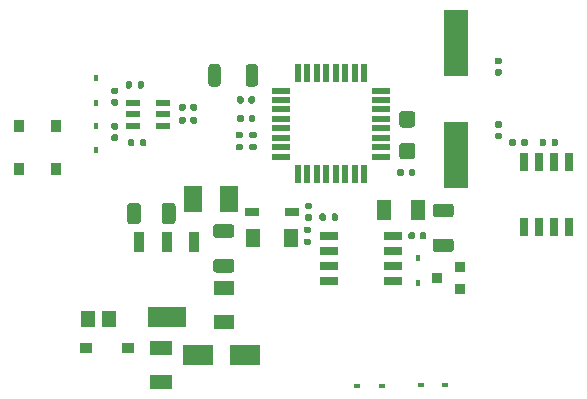
<source format=gbr>
%TF.GenerationSoftware,KiCad,Pcbnew,(5.1.10)-1*%
%TF.CreationDate,2021-11-08T10:20:26+05:30*%
%TF.ProjectId,Modbus_IO_Board,4d6f6462-7573-45f4-994f-5f426f617264,rev?*%
%TF.SameCoordinates,Original*%
%TF.FileFunction,Paste,Top*%
%TF.FilePolarity,Positive*%
%FSLAX46Y46*%
G04 Gerber Fmt 4.6, Leading zero omitted, Abs format (unit mm)*
G04 Created by KiCad (PCBNEW (5.1.10)-1) date 2021-11-08 10:20:26*
%MOMM*%
%LPD*%
G01*
G04 APERTURE LIST*
%ADD10R,0.600000X0.450000*%
%ADD11R,1.650000X2.250000*%
%ADD12R,0.650000X1.595000*%
%ADD13R,2.500000X1.800000*%
%ADD14R,1.800000X1.200000*%
%ADD15R,1.200000X1.800000*%
%ADD16R,1.525000X0.650000*%
%ADD17R,1.150000X1.470000*%
%ADD18R,1.050000X0.850000*%
%ADD19R,1.200000X0.600000*%
%ADD20R,0.850000X1.050000*%
%ADD21R,1.500000X0.600000*%
%ADD22R,0.600000X1.500000*%
%ADD23R,1.900000X1.300000*%
%ADD24R,0.840000X0.840000*%
%ADD25R,0.450000X0.600000*%
%ADD26R,3.200000X1.750000*%
%ADD27R,0.950000X1.750000*%
%ADD28R,2.100000X5.600000*%
%ADD29R,1.150000X1.650000*%
%ADD30R,1.200000X0.750000*%
G04 APERTURE END LIST*
D10*
%TO.C,D11*%
X207000000Y-115050000D03*
X209100000Y-115050000D03*
%TD*%
%TO.C,D10*%
X201600000Y-115075000D03*
X203700000Y-115075000D03*
%TD*%
D11*
%TO.C,C8*%
X190800000Y-99230000D03*
X187700000Y-99230000D03*
%TD*%
D12*
%TO.C,IC5*%
X219585000Y-101652000D03*
X218315000Y-101652000D03*
X217045000Y-101652000D03*
X215775000Y-101652000D03*
X215775000Y-96148000D03*
X217045000Y-96148000D03*
X218315000Y-96148000D03*
X219585000Y-96148000D03*
%TD*%
D13*
%TO.C,D4*%
X188160000Y-112460000D03*
X192160000Y-112460000D03*
%TD*%
D14*
%TO.C,FB1*%
X190350000Y-106810000D03*
X190350000Y-109710000D03*
%TD*%
D15*
%TO.C,FB2*%
X206800000Y-100230000D03*
X203900000Y-100230000D03*
%TD*%
D16*
%TO.C,IC3*%
X204682000Y-102385000D03*
X204682000Y-103655000D03*
X204682000Y-104925000D03*
X204682000Y-106195000D03*
X199258000Y-106195000D03*
X199258000Y-104925000D03*
X199258000Y-103655000D03*
X199258000Y-102385000D03*
%TD*%
%TO.C,C9*%
G36*
G01*
X190980001Y-102550000D02*
X189679999Y-102550000D01*
G75*
G02*
X189430000Y-102300001I0J249999D01*
G01*
X189430000Y-101649999D01*
G75*
G02*
X189679999Y-101400000I249999J0D01*
G01*
X190980001Y-101400000D01*
G75*
G02*
X191230000Y-101649999I0J-249999D01*
G01*
X191230000Y-102300001D01*
G75*
G02*
X190980001Y-102550000I-249999J0D01*
G01*
G37*
G36*
G01*
X190980001Y-105500000D02*
X189679999Y-105500000D01*
G75*
G02*
X189430000Y-105250001I0J249999D01*
G01*
X189430000Y-104599999D01*
G75*
G02*
X189679999Y-104350000I249999J0D01*
G01*
X190980001Y-104350000D01*
G75*
G02*
X191230000Y-104599999I0J-249999D01*
G01*
X191230000Y-105250001D01*
G75*
G02*
X190980001Y-105500000I-249999J0D01*
G01*
G37*
%TD*%
D17*
%TO.C,RT1*%
X180590000Y-109440000D03*
X178830000Y-109440000D03*
%TD*%
D18*
%TO.C,D3*%
X178650000Y-111850000D03*
X182250000Y-111850000D03*
%TD*%
%TO.C,C12*%
G36*
G01*
X208259999Y-99670000D02*
X209560001Y-99670000D01*
G75*
G02*
X209810000Y-99919999I0J-249999D01*
G01*
X209810000Y-100570001D01*
G75*
G02*
X209560001Y-100820000I-249999J0D01*
G01*
X208259999Y-100820000D01*
G75*
G02*
X208010000Y-100570001I0J249999D01*
G01*
X208010000Y-99919999D01*
G75*
G02*
X208259999Y-99670000I249999J0D01*
G01*
G37*
G36*
G01*
X208259999Y-102620000D02*
X209560001Y-102620000D01*
G75*
G02*
X209810000Y-102869999I0J-249999D01*
G01*
X209810000Y-103520001D01*
G75*
G02*
X209560001Y-103770000I-249999J0D01*
G01*
X208259999Y-103770000D01*
G75*
G02*
X208010000Y-103520001I0J249999D01*
G01*
X208010000Y-102869999D01*
G75*
G02*
X208259999Y-102620000I249999J0D01*
G01*
G37*
%TD*%
D19*
%TO.C,IC4*%
X185150000Y-91150000D03*
X185150000Y-92100000D03*
X185150000Y-93050000D03*
X182650000Y-93050000D03*
X182650000Y-92100000D03*
X182650000Y-91150000D03*
%TD*%
D20*
%TO.C,D8*%
X176100000Y-93100000D03*
X176100000Y-96700000D03*
%TD*%
D21*
%TO.C,IC1*%
X203670000Y-95690000D03*
X203670000Y-94890000D03*
X203670000Y-94090000D03*
X203670000Y-93290000D03*
X203670000Y-92490000D03*
X203670000Y-91690000D03*
X203670000Y-90890000D03*
X203670000Y-90090000D03*
D22*
X202220000Y-88640000D03*
X201420000Y-88640000D03*
X200620000Y-88640000D03*
X199820000Y-88640000D03*
X199020000Y-88640000D03*
X198220000Y-88640000D03*
X197420000Y-88640000D03*
X196620000Y-88640000D03*
D21*
X195170000Y-90090000D03*
X195170000Y-90890000D03*
X195170000Y-91690000D03*
X195170000Y-92490000D03*
X195170000Y-93290000D03*
X195170000Y-94090000D03*
X195170000Y-94890000D03*
X195170000Y-95690000D03*
D22*
X196620000Y-97140000D03*
X197420000Y-97140000D03*
X198220000Y-97140000D03*
X199020000Y-97140000D03*
X199820000Y-97140000D03*
X200620000Y-97140000D03*
X201420000Y-97140000D03*
X202220000Y-97140000D03*
%TD*%
%TO.C,R6*%
G36*
G01*
X182560000Y-89415000D02*
X182560000Y-89785000D01*
G75*
G02*
X182425000Y-89920000I-135000J0D01*
G01*
X182155000Y-89920000D01*
G75*
G02*
X182020000Y-89785000I0J135000D01*
G01*
X182020000Y-89415000D01*
G75*
G02*
X182155000Y-89280000I135000J0D01*
G01*
X182425000Y-89280000D01*
G75*
G02*
X182560000Y-89415000I0J-135000D01*
G01*
G37*
G36*
G01*
X183580000Y-89415000D02*
X183580000Y-89785000D01*
G75*
G02*
X183445000Y-89920000I-135000J0D01*
G01*
X183175000Y-89920000D01*
G75*
G02*
X183040000Y-89785000I0J135000D01*
G01*
X183040000Y-89415000D01*
G75*
G02*
X183175000Y-89280000I135000J0D01*
G01*
X183445000Y-89280000D01*
G75*
G02*
X183580000Y-89415000I0J-135000D01*
G01*
G37*
%TD*%
%TO.C,R5*%
G36*
G01*
X218090000Y-94665000D02*
X218090000Y-94295000D01*
G75*
G02*
X218225000Y-94160000I135000J0D01*
G01*
X218495000Y-94160000D01*
G75*
G02*
X218630000Y-94295000I0J-135000D01*
G01*
X218630000Y-94665000D01*
G75*
G02*
X218495000Y-94800000I-135000J0D01*
G01*
X218225000Y-94800000D01*
G75*
G02*
X218090000Y-94665000I0J135000D01*
G01*
G37*
G36*
G01*
X217070000Y-94665000D02*
X217070000Y-94295000D01*
G75*
G02*
X217205000Y-94160000I135000J0D01*
G01*
X217475000Y-94160000D01*
G75*
G02*
X217610000Y-94295000I0J-135000D01*
G01*
X217610000Y-94665000D01*
G75*
G02*
X217475000Y-94800000I-135000J0D01*
G01*
X217205000Y-94800000D01*
G75*
G02*
X217070000Y-94665000I0J135000D01*
G01*
G37*
%TD*%
%TO.C,C4*%
G36*
G01*
X192450000Y-92630000D02*
X192450000Y-92290000D01*
G75*
G02*
X192590000Y-92150000I140000J0D01*
G01*
X192870000Y-92150000D01*
G75*
G02*
X193010000Y-92290000I0J-140000D01*
G01*
X193010000Y-92630000D01*
G75*
G02*
X192870000Y-92770000I-140000J0D01*
G01*
X192590000Y-92770000D01*
G75*
G02*
X192450000Y-92630000I0J140000D01*
G01*
G37*
G36*
G01*
X191490000Y-92630000D02*
X191490000Y-92290000D01*
G75*
G02*
X191630000Y-92150000I140000J0D01*
G01*
X191910000Y-92150000D01*
G75*
G02*
X192050000Y-92290000I0J-140000D01*
G01*
X192050000Y-92630000D01*
G75*
G02*
X191910000Y-92770000I-140000J0D01*
G01*
X191630000Y-92770000D01*
G75*
G02*
X191490000Y-92630000I0J140000D01*
G01*
G37*
%TD*%
%TO.C,R4*%
G36*
G01*
X215530000Y-94675000D02*
X215530000Y-94305000D01*
G75*
G02*
X215665000Y-94170000I135000J0D01*
G01*
X215935000Y-94170000D01*
G75*
G02*
X216070000Y-94305000I0J-135000D01*
G01*
X216070000Y-94675000D01*
G75*
G02*
X215935000Y-94810000I-135000J0D01*
G01*
X215665000Y-94810000D01*
G75*
G02*
X215530000Y-94675000I0J135000D01*
G01*
G37*
G36*
G01*
X214510000Y-94675000D02*
X214510000Y-94305000D01*
G75*
G02*
X214645000Y-94170000I135000J0D01*
G01*
X214915000Y-94170000D01*
G75*
G02*
X215050000Y-94305000I0J-135000D01*
G01*
X215050000Y-94675000D01*
G75*
G02*
X214915000Y-94810000I-135000J0D01*
G01*
X214645000Y-94810000D01*
G75*
G02*
X214510000Y-94675000I0J135000D01*
G01*
G37*
%TD*%
%TO.C,C10*%
G36*
G01*
X185100000Y-101150001D02*
X185100000Y-99849999D01*
G75*
G02*
X185349999Y-99600000I249999J0D01*
G01*
X186000001Y-99600000D01*
G75*
G02*
X186250000Y-99849999I0J-249999D01*
G01*
X186250000Y-101150001D01*
G75*
G02*
X186000001Y-101400000I-249999J0D01*
G01*
X185349999Y-101400000D01*
G75*
G02*
X185100000Y-101150001I0J249999D01*
G01*
G37*
G36*
G01*
X182150000Y-101150001D02*
X182150000Y-99849999D01*
G75*
G02*
X182399999Y-99600000I249999J0D01*
G01*
X183050001Y-99600000D01*
G75*
G02*
X183300000Y-99849999I0J-249999D01*
G01*
X183300000Y-101150001D01*
G75*
G02*
X183050001Y-101400000I-249999J0D01*
G01*
X182399999Y-101400000D01*
G75*
G02*
X182150000Y-101150001I0J249999D01*
G01*
G37*
%TD*%
%TO.C,R2*%
G36*
G01*
X198440000Y-100995000D02*
X198440000Y-100625000D01*
G75*
G02*
X198575000Y-100490000I135000J0D01*
G01*
X198845000Y-100490000D01*
G75*
G02*
X198980000Y-100625000I0J-135000D01*
G01*
X198980000Y-100995000D01*
G75*
G02*
X198845000Y-101130000I-135000J0D01*
G01*
X198575000Y-101130000D01*
G75*
G02*
X198440000Y-100995000I0J135000D01*
G01*
G37*
G36*
G01*
X199460000Y-100995000D02*
X199460000Y-100625000D01*
G75*
G02*
X199595000Y-100490000I135000J0D01*
G01*
X199865000Y-100490000D01*
G75*
G02*
X200000000Y-100625000I0J-135000D01*
G01*
X200000000Y-100995000D01*
G75*
G02*
X199865000Y-101130000I-135000J0D01*
G01*
X199595000Y-101130000D01*
G75*
G02*
X199460000Y-100995000I0J135000D01*
G01*
G37*
%TD*%
%TO.C,C2*%
G36*
G01*
X205590000Y-96860000D02*
X205590000Y-97200000D01*
G75*
G02*
X205450000Y-97340000I-140000J0D01*
G01*
X205170000Y-97340000D01*
G75*
G02*
X205030000Y-97200000I0J140000D01*
G01*
X205030000Y-96860000D01*
G75*
G02*
X205170000Y-96720000I140000J0D01*
G01*
X205450000Y-96720000D01*
G75*
G02*
X205590000Y-96860000I0J-140000D01*
G01*
G37*
G36*
G01*
X206550000Y-96860000D02*
X206550000Y-97200000D01*
G75*
G02*
X206410000Y-97340000I-140000J0D01*
G01*
X206130000Y-97340000D01*
G75*
G02*
X205990000Y-97200000I0J140000D01*
G01*
X205990000Y-96860000D01*
G75*
G02*
X206130000Y-96720000I140000J0D01*
G01*
X206410000Y-96720000D01*
G75*
G02*
X206550000Y-96860000I0J-140000D01*
G01*
G37*
%TD*%
D23*
%TO.C,RV1*%
X185040000Y-114750000D03*
X185040000Y-111850000D03*
%TD*%
%TO.C,L1*%
G36*
G01*
X192180000Y-89500001D02*
X192180000Y-88099999D01*
G75*
G02*
X192429999Y-87850000I249999J0D01*
G01*
X192980001Y-87850000D01*
G75*
G02*
X193230000Y-88099999I0J-249999D01*
G01*
X193230000Y-89500001D01*
G75*
G02*
X192980001Y-89750000I-249999J0D01*
G01*
X192429999Y-89750000D01*
G75*
G02*
X192180000Y-89500001I0J249999D01*
G01*
G37*
G36*
G01*
X189030000Y-89500001D02*
X189030000Y-88099999D01*
G75*
G02*
X189279999Y-87850000I249999J0D01*
G01*
X189830001Y-87850000D01*
G75*
G02*
X190080000Y-88099999I0J-249999D01*
G01*
X190080000Y-89500001D01*
G75*
G02*
X189830001Y-89750000I-249999J0D01*
G01*
X189279999Y-89750000D01*
G75*
G02*
X189030000Y-89500001I0J249999D01*
G01*
G37*
%TD*%
%TO.C,R3*%
G36*
G01*
X191835000Y-94130000D02*
X191465000Y-94130000D01*
G75*
G02*
X191330000Y-93995000I0J135000D01*
G01*
X191330000Y-93725000D01*
G75*
G02*
X191465000Y-93590000I135000J0D01*
G01*
X191835000Y-93590000D01*
G75*
G02*
X191970000Y-93725000I0J-135000D01*
G01*
X191970000Y-93995000D01*
G75*
G02*
X191835000Y-94130000I-135000J0D01*
G01*
G37*
G36*
G01*
X191835000Y-95150000D02*
X191465000Y-95150000D01*
G75*
G02*
X191330000Y-95015000I0J135000D01*
G01*
X191330000Y-94745000D01*
G75*
G02*
X191465000Y-94610000I135000J0D01*
G01*
X191835000Y-94610000D01*
G75*
G02*
X191970000Y-94745000I0J-135000D01*
G01*
X191970000Y-95015000D01*
G75*
G02*
X191835000Y-95150000I-135000J0D01*
G01*
G37*
%TD*%
D24*
%TO.C,U1*%
X208350000Y-105940000D03*
X210355000Y-105000000D03*
X210355000Y-106880000D03*
%TD*%
%TO.C,R7*%
G36*
G01*
X192635000Y-94610000D02*
X193005000Y-94610000D01*
G75*
G02*
X193140000Y-94745000I0J-135000D01*
G01*
X193140000Y-95015000D01*
G75*
G02*
X193005000Y-95150000I-135000J0D01*
G01*
X192635000Y-95150000D01*
G75*
G02*
X192500000Y-95015000I0J135000D01*
G01*
X192500000Y-94745000D01*
G75*
G02*
X192635000Y-94610000I135000J0D01*
G01*
G37*
G36*
G01*
X192635000Y-93590000D02*
X193005000Y-93590000D01*
G75*
G02*
X193140000Y-93725000I0J-135000D01*
G01*
X193140000Y-93995000D01*
G75*
G02*
X193005000Y-94130000I-135000J0D01*
G01*
X192635000Y-94130000D01*
G75*
G02*
X192500000Y-93995000I0J135000D01*
G01*
X192500000Y-93725000D01*
G75*
G02*
X192635000Y-93590000I135000J0D01*
G01*
G37*
%TD*%
D25*
%TO.C,D5*%
X206740000Y-106380000D03*
X206740000Y-104280000D03*
%TD*%
%TO.C,R1*%
G36*
G01*
X197605000Y-102150000D02*
X197235000Y-102150000D01*
G75*
G02*
X197100000Y-102015000I0J135000D01*
G01*
X197100000Y-101745000D01*
G75*
G02*
X197235000Y-101610000I135000J0D01*
G01*
X197605000Y-101610000D01*
G75*
G02*
X197740000Y-101745000I0J-135000D01*
G01*
X197740000Y-102015000D01*
G75*
G02*
X197605000Y-102150000I-135000J0D01*
G01*
G37*
G36*
G01*
X197605000Y-103170000D02*
X197235000Y-103170000D01*
G75*
G02*
X197100000Y-103035000I0J135000D01*
G01*
X197100000Y-102765000D01*
G75*
G02*
X197235000Y-102630000I135000J0D01*
G01*
X197605000Y-102630000D01*
G75*
G02*
X197740000Y-102765000I0J-135000D01*
G01*
X197740000Y-103035000D01*
G75*
G02*
X197605000Y-103170000I-135000J0D01*
G01*
G37*
%TD*%
D26*
%TO.C,IC2*%
X185500000Y-109250000D03*
D27*
X183200000Y-102950000D03*
X185500000Y-102950000D03*
X187800000Y-102950000D03*
%TD*%
%TO.C,R8*%
G36*
G01*
X182760000Y-94315000D02*
X182760000Y-94685000D01*
G75*
G02*
X182625000Y-94820000I-135000J0D01*
G01*
X182355000Y-94820000D01*
G75*
G02*
X182220000Y-94685000I0J135000D01*
G01*
X182220000Y-94315000D01*
G75*
G02*
X182355000Y-94180000I135000J0D01*
G01*
X182625000Y-94180000D01*
G75*
G02*
X182760000Y-94315000I0J-135000D01*
G01*
G37*
G36*
G01*
X183780000Y-94315000D02*
X183780000Y-94685000D01*
G75*
G02*
X183645000Y-94820000I-135000J0D01*
G01*
X183375000Y-94820000D01*
G75*
G02*
X183240000Y-94685000I0J135000D01*
G01*
X183240000Y-94315000D01*
G75*
G02*
X183375000Y-94180000I135000J0D01*
G01*
X183645000Y-94180000D01*
G75*
G02*
X183780000Y-94315000I0J-135000D01*
G01*
G37*
%TD*%
D25*
%TO.C,D7*%
X179525000Y-89025000D03*
X179525000Y-91125000D03*
%TD*%
%TO.C,C5*%
G36*
G01*
X192020000Y-90710000D02*
X192020000Y-91050000D01*
G75*
G02*
X191880000Y-91190000I-140000J0D01*
G01*
X191600000Y-91190000D01*
G75*
G02*
X191460000Y-91050000I0J140000D01*
G01*
X191460000Y-90710000D01*
G75*
G02*
X191600000Y-90570000I140000J0D01*
G01*
X191880000Y-90570000D01*
G75*
G02*
X192020000Y-90710000I0J-140000D01*
G01*
G37*
G36*
G01*
X192980000Y-90710000D02*
X192980000Y-91050000D01*
G75*
G02*
X192840000Y-91190000I-140000J0D01*
G01*
X192560000Y-91190000D01*
G75*
G02*
X192420000Y-91050000I0J140000D01*
G01*
X192420000Y-90710000D01*
G75*
G02*
X192560000Y-90570000I140000J0D01*
G01*
X192840000Y-90570000D01*
G75*
G02*
X192980000Y-90710000I0J-140000D01*
G01*
G37*
%TD*%
D28*
%TO.C,Y1*%
X209980000Y-86040000D03*
X209980000Y-95540000D03*
%TD*%
%TO.C,C3*%
G36*
G01*
X206295001Y-93220000D02*
X205444999Y-93220000D01*
G75*
G02*
X205195000Y-92970001I0J249999D01*
G01*
X205195000Y-92069999D01*
G75*
G02*
X205444999Y-91820000I249999J0D01*
G01*
X206295001Y-91820000D01*
G75*
G02*
X206545000Y-92069999I0J-249999D01*
G01*
X206545000Y-92970001D01*
G75*
G02*
X206295001Y-93220000I-249999J0D01*
G01*
G37*
G36*
G01*
X206295001Y-95920000D02*
X205444999Y-95920000D01*
G75*
G02*
X205195000Y-95670001I0J249999D01*
G01*
X205195000Y-94769999D01*
G75*
G02*
X205444999Y-94520000I249999J0D01*
G01*
X206295001Y-94520000D01*
G75*
G02*
X206545000Y-94769999I0J-249999D01*
G01*
X206545000Y-95670001D01*
G75*
G02*
X206295001Y-95920000I-249999J0D01*
G01*
G37*
%TD*%
%TO.C,C13*%
G36*
G01*
X181270000Y-90400000D02*
X180930000Y-90400000D01*
G75*
G02*
X180790000Y-90260000I0J140000D01*
G01*
X180790000Y-89980000D01*
G75*
G02*
X180930000Y-89840000I140000J0D01*
G01*
X181270000Y-89840000D01*
G75*
G02*
X181410000Y-89980000I0J-140000D01*
G01*
X181410000Y-90260000D01*
G75*
G02*
X181270000Y-90400000I-140000J0D01*
G01*
G37*
G36*
G01*
X181270000Y-91360000D02*
X180930000Y-91360000D01*
G75*
G02*
X180790000Y-91220000I0J140000D01*
G01*
X180790000Y-90940000D01*
G75*
G02*
X180930000Y-90800000I140000J0D01*
G01*
X181270000Y-90800000D01*
G75*
G02*
X181410000Y-90940000I0J-140000D01*
G01*
X181410000Y-91220000D01*
G75*
G02*
X181270000Y-91360000I-140000J0D01*
G01*
G37*
%TD*%
%TO.C,C16*%
G36*
G01*
X187100000Y-92430000D02*
X187100000Y-92770000D01*
G75*
G02*
X186960000Y-92910000I-140000J0D01*
G01*
X186680000Y-92910000D01*
G75*
G02*
X186540000Y-92770000I0J140000D01*
G01*
X186540000Y-92430000D01*
G75*
G02*
X186680000Y-92290000I140000J0D01*
G01*
X186960000Y-92290000D01*
G75*
G02*
X187100000Y-92430000I0J-140000D01*
G01*
G37*
G36*
G01*
X188060000Y-92430000D02*
X188060000Y-92770000D01*
G75*
G02*
X187920000Y-92910000I-140000J0D01*
G01*
X187640000Y-92910000D01*
G75*
G02*
X187500000Y-92770000I0J140000D01*
G01*
X187500000Y-92430000D01*
G75*
G02*
X187640000Y-92290000I140000J0D01*
G01*
X187920000Y-92290000D01*
G75*
G02*
X188060000Y-92430000I0J-140000D01*
G01*
G37*
%TD*%
D29*
%TO.C,D1*%
X196070000Y-102540000D03*
X192770000Y-102540000D03*
%TD*%
D30*
%TO.C,D2*%
X192750000Y-100350000D03*
X196150000Y-100350000D03*
%TD*%
%TO.C,C1*%
G36*
G01*
X197690000Y-100140000D02*
X197350000Y-100140000D01*
G75*
G02*
X197210000Y-100000000I0J140000D01*
G01*
X197210000Y-99720000D01*
G75*
G02*
X197350000Y-99580000I140000J0D01*
G01*
X197690000Y-99580000D01*
G75*
G02*
X197830000Y-99720000I0J-140000D01*
G01*
X197830000Y-100000000D01*
G75*
G02*
X197690000Y-100140000I-140000J0D01*
G01*
G37*
G36*
G01*
X197690000Y-101100000D02*
X197350000Y-101100000D01*
G75*
G02*
X197210000Y-100960000I0J140000D01*
G01*
X197210000Y-100680000D01*
G75*
G02*
X197350000Y-100540000I140000J0D01*
G01*
X197690000Y-100540000D01*
G75*
G02*
X197830000Y-100680000I0J-140000D01*
G01*
X197830000Y-100960000D01*
G75*
G02*
X197690000Y-101100000I-140000J0D01*
G01*
G37*
%TD*%
%TO.C,C11*%
G36*
G01*
X205970000Y-102560000D02*
X205970000Y-102220000D01*
G75*
G02*
X206110000Y-102080000I140000J0D01*
G01*
X206390000Y-102080000D01*
G75*
G02*
X206530000Y-102220000I0J-140000D01*
G01*
X206530000Y-102560000D01*
G75*
G02*
X206390000Y-102700000I-140000J0D01*
G01*
X206110000Y-102700000D01*
G75*
G02*
X205970000Y-102560000I0J140000D01*
G01*
G37*
G36*
G01*
X206930000Y-102560000D02*
X206930000Y-102220000D01*
G75*
G02*
X207070000Y-102080000I140000J0D01*
G01*
X207350000Y-102080000D01*
G75*
G02*
X207490000Y-102220000I0J-140000D01*
G01*
X207490000Y-102560000D01*
G75*
G02*
X207350000Y-102700000I-140000J0D01*
G01*
X207070000Y-102700000D01*
G75*
G02*
X206930000Y-102560000I0J140000D01*
G01*
G37*
%TD*%
%TO.C,C15*%
G36*
G01*
X187100000Y-91330000D02*
X187100000Y-91670000D01*
G75*
G02*
X186960000Y-91810000I-140000J0D01*
G01*
X186680000Y-91810000D01*
G75*
G02*
X186540000Y-91670000I0J140000D01*
G01*
X186540000Y-91330000D01*
G75*
G02*
X186680000Y-91190000I140000J0D01*
G01*
X186960000Y-91190000D01*
G75*
G02*
X187100000Y-91330000I0J-140000D01*
G01*
G37*
G36*
G01*
X188060000Y-91330000D02*
X188060000Y-91670000D01*
G75*
G02*
X187920000Y-91810000I-140000J0D01*
G01*
X187640000Y-91810000D01*
G75*
G02*
X187500000Y-91670000I0J140000D01*
G01*
X187500000Y-91330000D01*
G75*
G02*
X187640000Y-91190000I140000J0D01*
G01*
X187920000Y-91190000D01*
G75*
G02*
X188060000Y-91330000I0J-140000D01*
G01*
G37*
%TD*%
D20*
%TO.C,D6*%
X173000000Y-93100000D03*
X173000000Y-96700000D03*
%TD*%
D25*
%TO.C,D9*%
X179500000Y-95150000D03*
X179500000Y-93050000D03*
%TD*%
%TO.C,C7*%
G36*
G01*
X213400000Y-88270000D02*
X213740000Y-88270000D01*
G75*
G02*
X213880000Y-88410000I0J-140000D01*
G01*
X213880000Y-88690000D01*
G75*
G02*
X213740000Y-88830000I-140000J0D01*
G01*
X213400000Y-88830000D01*
G75*
G02*
X213260000Y-88690000I0J140000D01*
G01*
X213260000Y-88410000D01*
G75*
G02*
X213400000Y-88270000I140000J0D01*
G01*
G37*
G36*
G01*
X213400000Y-87310000D02*
X213740000Y-87310000D01*
G75*
G02*
X213880000Y-87450000I0J-140000D01*
G01*
X213880000Y-87730000D01*
G75*
G02*
X213740000Y-87870000I-140000J0D01*
G01*
X213400000Y-87870000D01*
G75*
G02*
X213260000Y-87730000I0J140000D01*
G01*
X213260000Y-87450000D01*
G75*
G02*
X213400000Y-87310000I140000J0D01*
G01*
G37*
%TD*%
%TO.C,C14*%
G36*
G01*
X180930000Y-93800000D02*
X181270000Y-93800000D01*
G75*
G02*
X181410000Y-93940000I0J-140000D01*
G01*
X181410000Y-94220000D01*
G75*
G02*
X181270000Y-94360000I-140000J0D01*
G01*
X180930000Y-94360000D01*
G75*
G02*
X180790000Y-94220000I0J140000D01*
G01*
X180790000Y-93940000D01*
G75*
G02*
X180930000Y-93800000I140000J0D01*
G01*
G37*
G36*
G01*
X180930000Y-92840000D02*
X181270000Y-92840000D01*
G75*
G02*
X181410000Y-92980000I0J-140000D01*
G01*
X181410000Y-93260000D01*
G75*
G02*
X181270000Y-93400000I-140000J0D01*
G01*
X180930000Y-93400000D01*
G75*
G02*
X180790000Y-93260000I0J140000D01*
G01*
X180790000Y-92980000D01*
G75*
G02*
X180930000Y-92840000I140000J0D01*
G01*
G37*
%TD*%
%TO.C,C6*%
G36*
G01*
X213770000Y-93260000D02*
X213430000Y-93260000D01*
G75*
G02*
X213290000Y-93120000I0J140000D01*
G01*
X213290000Y-92840000D01*
G75*
G02*
X213430000Y-92700000I140000J0D01*
G01*
X213770000Y-92700000D01*
G75*
G02*
X213910000Y-92840000I0J-140000D01*
G01*
X213910000Y-93120000D01*
G75*
G02*
X213770000Y-93260000I-140000J0D01*
G01*
G37*
G36*
G01*
X213770000Y-94220000D02*
X213430000Y-94220000D01*
G75*
G02*
X213290000Y-94080000I0J140000D01*
G01*
X213290000Y-93800000D01*
G75*
G02*
X213430000Y-93660000I140000J0D01*
G01*
X213770000Y-93660000D01*
G75*
G02*
X213910000Y-93800000I0J-140000D01*
G01*
X213910000Y-94080000D01*
G75*
G02*
X213770000Y-94220000I-140000J0D01*
G01*
G37*
%TD*%
M02*

</source>
